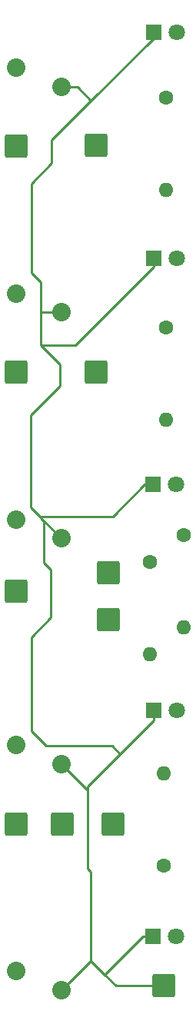
<source format=gbl>
%TF.GenerationSoftware,KiCad,Pcbnew,7.0.5*%
%TF.CreationDate,2023-11-24T16:32:28-05:00*%
%TF.ProjectId,Guitar_Hero_PCBs,47756974-6172-45f4-9865-726f5f504342,rev?*%
%TF.SameCoordinates,Original*%
%TF.FileFunction,Copper,L2,Bot*%
%TF.FilePolarity,Positive*%
%FSLAX46Y46*%
G04 Gerber Fmt 4.6, Leading zero omitted, Abs format (unit mm)*
G04 Created by KiCad (PCBNEW 7.0.5) date 2023-11-24 16:32:28*
%MOMM*%
%LPD*%
G01*
G04 APERTURE LIST*
G04 Aperture macros list*
%AMRoundRect*
0 Rectangle with rounded corners*
0 $1 Rounding radius*
0 $2 $3 $4 $5 $6 $7 $8 $9 X,Y pos of 4 corners*
0 Add a 4 corners polygon primitive as box body*
4,1,4,$2,$3,$4,$5,$6,$7,$8,$9,$2,$3,0*
0 Add four circle primitives for the rounded corners*
1,1,$1+$1,$2,$3*
1,1,$1+$1,$4,$5*
1,1,$1+$1,$6,$7*
1,1,$1+$1,$8,$9*
0 Add four rect primitives between the rounded corners*
20,1,$1+$1,$2,$3,$4,$5,0*
20,1,$1+$1,$4,$5,$6,$7,0*
20,1,$1+$1,$6,$7,$8,$9,0*
20,1,$1+$1,$8,$9,$2,$3,0*%
G04 Aperture macros list end*
%TA.AperFunction,ComponentPad*%
%ADD10RoundRect,0.249999X-1.025001X-1.025001X1.025001X-1.025001X1.025001X1.025001X-1.025001X1.025001X0*%
%TD*%
%TA.AperFunction,ComponentPad*%
%ADD11C,1.600000*%
%TD*%
%TA.AperFunction,ComponentPad*%
%ADD12O,1.600000X1.600000*%
%TD*%
%TA.AperFunction,ComponentPad*%
%ADD13C,2.032000*%
%TD*%
%TA.AperFunction,ComponentPad*%
%ADD14R,1.800000X1.800000*%
%TD*%
%TA.AperFunction,ComponentPad*%
%ADD15C,1.800000*%
%TD*%
%TA.AperFunction,Conductor*%
%ADD16C,0.254000*%
%TD*%
%TA.AperFunction,Conductor*%
%ADD17C,0.250000*%
%TD*%
G04 APERTURE END LIST*
D10*
%TO.P,J1,1,Pin_1*%
%TO.N,N/C*%
X116255800Y-55499000D03*
%TD*%
D11*
%TO.P,R5,1*%
%TO.N,N/C*%
X123723400Y-134823200D03*
D12*
%TO.P,R5,2*%
X123723400Y-124663200D03*
%TD*%
D10*
%TO.P,J9,1,Pin_1*%
%TO.N,N/C*%
X112572800Y-130200527D03*
%TD*%
D11*
%TO.P,R2,1*%
%TO.N,N/C*%
X123968764Y-75514200D03*
D12*
%TO.P,R2,2*%
X123968764Y-85674200D03*
%TD*%
D13*
%TO.P,SW4,1,A*%
%TO.N,N/C*%
X112484800Y-123654527D03*
%TO.P,SW4,2,B*%
X107484800Y-121554527D03*
%TD*%
D10*
%TO.P,J2,1,Pin_1*%
%TO.N,N/C*%
X116281200Y-80416400D03*
%TD*%
%TO.P,J10,1,Pin_1*%
%TO.N,N/C*%
X107492800Y-104546527D03*
%TD*%
D13*
%TO.P,SW3,1,A*%
%TO.N,N/C*%
X112484800Y-98771527D03*
%TO.P,SW3,2,B*%
X107484800Y-96671527D03*
%TD*%
D10*
%TO.P,J8,1,Pin_1*%
%TO.N,N/C*%
X107492800Y-130200527D03*
%TD*%
%TO.P,J11,1,Pin_1*%
%TO.N,N/C*%
X107492800Y-80416527D03*
%TD*%
D14*
%TO.P,D2,1,K*%
%TO.N,N/C*%
X122597164Y-67945000D03*
D15*
%TO.P,D2,2,A*%
X125137164Y-67945000D03*
%TD*%
D13*
%TO.P,SW2,1,A*%
%TO.N,N/C*%
X112484800Y-73879527D03*
%TO.P,SW2,2,B*%
X107484800Y-71779527D03*
%TD*%
D11*
%TO.P,R4,1*%
%TO.N,N/C*%
X122174000Y-101396800D03*
D12*
%TO.P,R4,2*%
X122174000Y-111556800D03*
%TD*%
D14*
%TO.P,D4,1,K*%
%TO.N,N/C*%
X122597164Y-117729000D03*
D15*
%TO.P,D4,2,A*%
X125137164Y-117729000D03*
%TD*%
D10*
%TO.P,J12,1,Pin_1*%
%TO.N,N/C*%
X107492800Y-55524527D03*
%TD*%
D13*
%TO.P,SW1,1,A*%
%TO.N,N/C*%
X112445800Y-49047527D03*
%TO.P,SW1,2,B*%
X107445800Y-46947527D03*
%TD*%
D10*
%TO.P,J5,1,Pin_1*%
%TO.N,N/C*%
X118135400Y-130276600D03*
%TD*%
%TO.P,J3,1,Pin_1*%
%TO.N,N/C*%
X117627400Y-102565200D03*
%TD*%
D13*
%TO.P,SW5,1,A*%
%TO.N,N/C*%
X112484800Y-148546527D03*
%TO.P,SW5,2,B*%
X107484800Y-146446527D03*
%TD*%
D14*
%TO.P,D3,1,K*%
%TO.N,N/C*%
X122592164Y-92837000D03*
D15*
%TO.P,D3,2,A*%
X125132164Y-92837000D03*
%TD*%
D11*
%TO.P,R3,1*%
%TO.N,N/C*%
X125958600Y-98374200D03*
D12*
%TO.P,R3,2*%
X125958600Y-108534200D03*
%TD*%
D14*
%TO.P,D1,1,K*%
%TO.N,N/C*%
X122597164Y-43053000D03*
D15*
%TO.P,D1,2,A*%
X125137164Y-43053000D03*
%TD*%
D10*
%TO.P,J7,1,Pin_1*%
%TO.N,N/C*%
X123774200Y-148056600D03*
%TD*%
%TO.P,J4,1,Pin_1*%
%TO.N,N/C*%
X117678200Y-107721400D03*
%TD*%
D14*
%TO.P,D5,1,K*%
%TO.N,N/C*%
X122592164Y-142621000D03*
D15*
%TO.P,D5,2,A*%
X125132164Y-142621000D03*
%TD*%
D11*
%TO.P,R1,1*%
%TO.N,N/C*%
X123968764Y-50266600D03*
D12*
%TO.P,R1,2*%
X123968764Y-60426600D03*
%TD*%
D16*
%TO.N,*%
X110107636Y-96394364D02*
X110310836Y-96597564D01*
X110310836Y-96597564D02*
X110552136Y-96838864D01*
D17*
X111404400Y-57454800D02*
X111404400Y-54864000D01*
D16*
X118033800Y-121589800D02*
X118935500Y-122491500D01*
D17*
X118935500Y-122491500D02*
X115366800Y-126060200D01*
X110185200Y-77495400D02*
X112268000Y-79578200D01*
X122597164Y-43053000D02*
X122597164Y-43671363D01*
X122592164Y-92837000D02*
X121640600Y-92837000D01*
X112268000Y-82016600D02*
X109067600Y-85217000D01*
X121437400Y-142621000D02*
X117235937Y-146822463D01*
D16*
X124104400Y-148513927D02*
X124129800Y-148488527D01*
D17*
X109067600Y-85217000D02*
X109067600Y-86766400D01*
D16*
X110552136Y-96838864D02*
X110552136Y-101458936D01*
D17*
X115366800Y-126060200D02*
X115366800Y-126536527D01*
X115722273Y-50546127D02*
X115722400Y-50546127D01*
D16*
X112484800Y-148546527D02*
X115722400Y-145308927D01*
X110769400Y-121589800D02*
X118033800Y-121589800D01*
X115366800Y-135128000D02*
X115722400Y-135483600D01*
X109143800Y-109651800D02*
X109143800Y-119964200D01*
D17*
X111404400Y-54864000D02*
X115722273Y-50546127D01*
X110185200Y-73863200D02*
X110185200Y-77495400D01*
D16*
X110552136Y-101458936D02*
X111302800Y-102209600D01*
D17*
X109169200Y-69519800D02*
X109169200Y-59690000D01*
X112484800Y-73879527D02*
X110201527Y-73879527D01*
X118470073Y-148056600D02*
X117235937Y-146822463D01*
X118110000Y-96367600D02*
X110134400Y-96367600D01*
X110134400Y-96367600D02*
X110107636Y-96394364D01*
X117235937Y-146822463D02*
X115722400Y-145308927D01*
X122592164Y-142621000D02*
X121437400Y-142621000D01*
D16*
X109067600Y-86766400D02*
X109067600Y-95354327D01*
D17*
X113969800Y-77495400D02*
X110185200Y-77495400D01*
X123774200Y-148056600D02*
X118470073Y-148056600D01*
D16*
X114223800Y-49047527D02*
X115722400Y-50546127D01*
X111302800Y-107492800D02*
X109143800Y-109651800D01*
D17*
X110185200Y-73863200D02*
X110185200Y-70535800D01*
X122597164Y-118829836D02*
X118935500Y-122491500D01*
D16*
X115722400Y-135483600D02*
X115722400Y-145308927D01*
D17*
X112484800Y-123654527D02*
X115366800Y-126536527D01*
X121640600Y-92837000D02*
X118110000Y-96367600D01*
X122597164Y-68868036D02*
X113969800Y-77495400D01*
D16*
X109143800Y-119964200D02*
X110769400Y-121589800D01*
D17*
X122597164Y-117729000D02*
X122597164Y-118829836D01*
D16*
X109067600Y-95354327D02*
X110107636Y-96394364D01*
D17*
X110185200Y-70535800D02*
X109169200Y-69519800D01*
X122597164Y-67945000D02*
X122597164Y-68868036D01*
D16*
X112445800Y-49047527D02*
X114223800Y-49047527D01*
D17*
X122597164Y-43671363D02*
X115722400Y-50546127D01*
D16*
X110552136Y-96838864D02*
X112484800Y-98771527D01*
D17*
X115366800Y-126536527D02*
X115366800Y-127914400D01*
X112268000Y-79578200D02*
X112268000Y-82016600D01*
X109169200Y-59690000D02*
X111404400Y-57454800D01*
X110201527Y-73879527D02*
X110185200Y-73863200D01*
D16*
X115366800Y-127914400D02*
X115366800Y-135128000D01*
X111302800Y-102209600D02*
X111302800Y-107492800D01*
%TD*%
M02*

</source>
